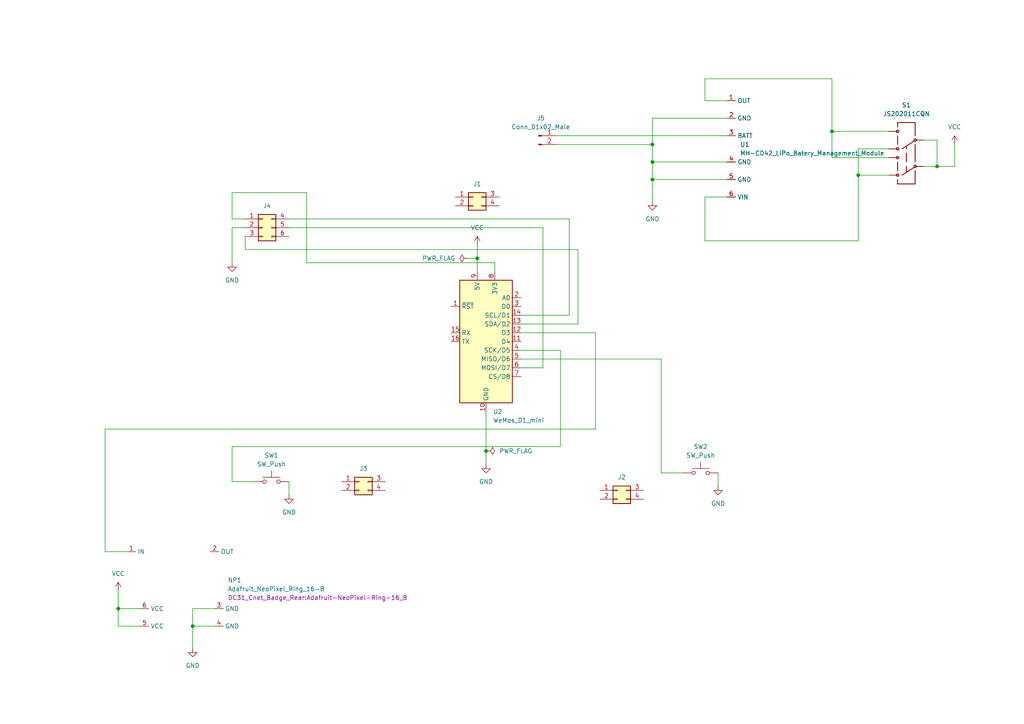
<source format=kicad_sch>
(kicad_sch (version 20211123) (generator eeschema)

  (uuid 59a6a685-5910-48af-a1a6-26c76759b23b)

  (paper "A4")

  (lib_symbols
    (symbol "Connector:Conn_01x02_Male" (pin_names (offset 1.016) hide) (in_bom yes) (on_board yes)
      (property "Reference" "J" (id 0) (at 0 2.54 0)
        (effects (font (size 1.27 1.27)))
      )
      (property "Value" "Conn_01x02_Male" (id 1) (at 0 -5.08 0)
        (effects (font (size 1.27 1.27)))
      )
      (property "Footprint" "" (id 2) (at 0 0 0)
        (effects (font (size 1.27 1.27)) hide)
      )
      (property "Datasheet" "~" (id 3) (at 0 0 0)
        (effects (font (size 1.27 1.27)) hide)
      )
      (property "ki_keywords" "connector" (id 4) (at 0 0 0)
        (effects (font (size 1.27 1.27)) hide)
      )
      (property "ki_description" "Generic connector, single row, 01x02, script generated (kicad-library-utils/schlib/autogen/connector/)" (id 5) (at 0 0 0)
        (effects (font (size 1.27 1.27)) hide)
      )
      (property "ki_fp_filters" "Connector*:*_1x??_*" (id 6) (at 0 0 0)
        (effects (font (size 1.27 1.27)) hide)
      )
      (symbol "Conn_01x02_Male_1_1"
        (polyline
          (pts
            (xy 1.27 -2.54)
            (xy 0.8636 -2.54)
          )
          (stroke (width 0.1524) (type default) (color 0 0 0 0))
          (fill (type none))
        )
        (polyline
          (pts
            (xy 1.27 0)
            (xy 0.8636 0)
          )
          (stroke (width 0.1524) (type default) (color 0 0 0 0))
          (fill (type none))
        )
        (rectangle (start 0.8636 -2.413) (end 0 -2.667)
          (stroke (width 0.1524) (type default) (color 0 0 0 0))
          (fill (type outline))
        )
        (rectangle (start 0.8636 0.127) (end 0 -0.127)
          (stroke (width 0.1524) (type default) (color 0 0 0 0))
          (fill (type outline))
        )
        (pin passive line (at 5.08 0 180) (length 3.81)
          (name "Pin_1" (effects (font (size 1.27 1.27))))
          (number "1" (effects (font (size 1.27 1.27))))
        )
        (pin passive line (at 5.08 -2.54 180) (length 3.81)
          (name "Pin_2" (effects (font (size 1.27 1.27))))
          (number "2" (effects (font (size 1.27 1.27))))
        )
      )
    )
    (symbol "Connector_Generic:Conn_02x02_Top_Bottom" (pin_names (offset 1.016) hide) (in_bom yes) (on_board yes)
      (property "Reference" "J" (id 0) (at 1.27 2.54 0)
        (effects (font (size 1.27 1.27)))
      )
      (property "Value" "Conn_02x02_Top_Bottom" (id 1) (at 1.27 -5.08 0)
        (effects (font (size 1.27 1.27)))
      )
      (property "Footprint" "" (id 2) (at 0 0 0)
        (effects (font (size 1.27 1.27)) hide)
      )
      (property "Datasheet" "~" (id 3) (at 0 0 0)
        (effects (font (size 1.27 1.27)) hide)
      )
      (property "ki_keywords" "connector" (id 4) (at 0 0 0)
        (effects (font (size 1.27 1.27)) hide)
      )
      (property "ki_description" "Generic connector, double row, 02x02, top/bottom pin numbering scheme (row 1: 1...pins_per_row, row2: pins_per_row+1 ... num_pins), script generated (kicad-library-utils/schlib/autogen/connector/)" (id 5) (at 0 0 0)
        (effects (font (size 1.27 1.27)) hide)
      )
      (property "ki_fp_filters" "Connector*:*_2x??_*" (id 6) (at 0 0 0)
        (effects (font (size 1.27 1.27)) hide)
      )
      (symbol "Conn_02x02_Top_Bottom_1_1"
        (rectangle (start -1.27 -2.413) (end 0 -2.667)
          (stroke (width 0.1524) (type default) (color 0 0 0 0))
          (fill (type none))
        )
        (rectangle (start -1.27 0.127) (end 0 -0.127)
          (stroke (width 0.1524) (type default) (color 0 0 0 0))
          (fill (type none))
        )
        (rectangle (start -1.27 1.27) (end 3.81 -3.81)
          (stroke (width 0.254) (type default) (color 0 0 0 0))
          (fill (type background))
        )
        (rectangle (start 3.81 -2.413) (end 2.54 -2.667)
          (stroke (width 0.1524) (type default) (color 0 0 0 0))
          (fill (type none))
        )
        (rectangle (start 3.81 0.127) (end 2.54 -0.127)
          (stroke (width 0.1524) (type default) (color 0 0 0 0))
          (fill (type none))
        )
        (pin passive line (at -5.08 0 0) (length 3.81)
          (name "Pin_1" (effects (font (size 1.27 1.27))))
          (number "1" (effects (font (size 1.27 1.27))))
        )
        (pin passive line (at -5.08 -2.54 0) (length 3.81)
          (name "Pin_2" (effects (font (size 1.27 1.27))))
          (number "2" (effects (font (size 1.27 1.27))))
        )
        (pin passive line (at 7.62 0 180) (length 3.81)
          (name "Pin_3" (effects (font (size 1.27 1.27))))
          (number "3" (effects (font (size 1.27 1.27))))
        )
        (pin passive line (at 7.62 -2.54 180) (length 3.81)
          (name "Pin_4" (effects (font (size 1.27 1.27))))
          (number "4" (effects (font (size 1.27 1.27))))
        )
      )
    )
    (symbol "Connector_Generic:Conn_02x03_Top_Bottom" (pin_names (offset 1.016) hide) (in_bom yes) (on_board yes)
      (property "Reference" "J" (id 0) (at 1.27 5.08 0)
        (effects (font (size 1.27 1.27)))
      )
      (property "Value" "Conn_02x03_Top_Bottom" (id 1) (at 1.27 -5.08 0)
        (effects (font (size 1.27 1.27)))
      )
      (property "Footprint" "" (id 2) (at 0 0 0)
        (effects (font (size 1.27 1.27)) hide)
      )
      (property "Datasheet" "~" (id 3) (at 0 0 0)
        (effects (font (size 1.27 1.27)) hide)
      )
      (property "ki_keywords" "connector" (id 4) (at 0 0 0)
        (effects (font (size 1.27 1.27)) hide)
      )
      (property "ki_description" "Generic connector, double row, 02x03, top/bottom pin numbering scheme (row 1: 1...pins_per_row, row2: pins_per_row+1 ... num_pins), script generated (kicad-library-utils/schlib/autogen/connector/)" (id 5) (at 0 0 0)
        (effects (font (size 1.27 1.27)) hide)
      )
      (property "ki_fp_filters" "Connector*:*_2x??_*" (id 6) (at 0 0 0)
        (effects (font (size 1.27 1.27)) hide)
      )
      (symbol "Conn_02x03_Top_Bottom_1_1"
        (rectangle (start -1.27 -2.413) (end 0 -2.667)
          (stroke (width 0.1524) (type default) (color 0 0 0 0))
          (fill (type none))
        )
        (rectangle (start -1.27 0.127) (end 0 -0.127)
          (stroke (width 0.1524) (type default) (color 0 0 0 0))
          (fill (type none))
        )
        (rectangle (start -1.27 2.667) (end 0 2.413)
          (stroke (width 0.1524) (type default) (color 0 0 0 0))
          (fill (type none))
        )
        (rectangle (start -1.27 3.81) (end 3.81 -3.81)
          (stroke (width 0.254) (type default) (color 0 0 0 0))
          (fill (type background))
        )
        (rectangle (start 3.81 -2.413) (end 2.54 -2.667)
          (stroke (width 0.1524) (type default) (color 0 0 0 0))
          (fill (type none))
        )
        (rectangle (start 3.81 0.127) (end 2.54 -0.127)
          (stroke (width 0.1524) (type default) (color 0 0 0 0))
          (fill (type none))
        )
        (rectangle (start 3.81 2.667) (end 2.54 2.413)
          (stroke (width 0.1524) (type default) (color 0 0 0 0))
          (fill (type none))
        )
        (pin passive line (at -5.08 2.54 0) (length 3.81)
          (name "Pin_1" (effects (font (size 1.27 1.27))))
          (number "1" (effects (font (size 1.27 1.27))))
        )
        (pin passive line (at -5.08 0 0) (length 3.81)
          (name "Pin_2" (effects (font (size 1.27 1.27))))
          (number "2" (effects (font (size 1.27 1.27))))
        )
        (pin passive line (at -5.08 -2.54 0) (length 3.81)
          (name "Pin_3" (effects (font (size 1.27 1.27))))
          (number "3" (effects (font (size 1.27 1.27))))
        )
        (pin passive line (at 7.62 2.54 180) (length 3.81)
          (name "Pin_4" (effects (font (size 1.27 1.27))))
          (number "4" (effects (font (size 1.27 1.27))))
        )
        (pin passive line (at 7.62 0 180) (length 3.81)
          (name "Pin_5" (effects (font (size 1.27 1.27))))
          (number "5" (effects (font (size 1.27 1.27))))
        )
        (pin passive line (at 7.62 -2.54 180) (length 3.81)
          (name "Pin_6" (effects (font (size 1.27 1.27))))
          (number "6" (effects (font (size 1.27 1.27))))
        )
      )
    )
    (symbol "DC31_Cnet_Badge:Adafruit_NeoPixel_Ring_16-B" (in_bom yes) (on_board yes)
      (property "Reference" "NP" (id 0) (at 0 0 0)
        (effects (font (size 1.27 1.27)))
      )
      (property "Value" "Adafruit_NeoPixel_Ring_16-B" (id 1) (at 1.27 7.62 0)
        (effects (font (size 1.27 1.27)))
      )
      (property "Footprint" "DC31_CNet_Badge:Adafruit-NeoPixel-Ring-16_B" (id 2) (at 1.27 3.81 0)
        (effects (font (size 1.27 1.27)))
      )
      (property "Datasheet" "" (id 3) (at 0 0 0)
        (effects (font (size 1.27 1.27)) hide)
      )
      (symbol "Adafruit_NeoPixel_Ring_16-B_1_1"
        (pin input line (at -13.97 12.7 0) (length 2.54)
          (name "IN" (effects (font (size 1.27 1.27))))
          (number "1" (effects (font (size 1.27 1.27))))
        )
        (pin output line (at 10.16 12.7 0) (length 2.54)
          (name "OUT" (effects (font (size 1.27 1.27))))
          (number "2" (effects (font (size 1.27 1.27))))
        )
        (pin power_in line (at 11.43 -3.81 0) (length 2.54)
          (name "GND" (effects (font (size 1.27 1.27))))
          (number "3" (effects (font (size 1.27 1.27))))
        )
        (pin power_in line (at 11.43 -8.89 0) (length 2.54)
          (name "GND" (effects (font (size 1.27 1.27))))
          (number "4" (effects (font (size 1.27 1.27))))
        )
        (pin power_in line (at -10.16 -8.89 0) (length 2.54)
          (name "VCC" (effects (font (size 1.27 1.27))))
          (number "5" (effects (font (size 1.27 1.27))))
        )
        (pin power_in line (at -10.16 -3.81 0) (length 2.54)
          (name "VCC" (effects (font (size 1.27 1.27))))
          (number "6" (effects (font (size 1.27 1.27))))
        )
      )
    )
    (symbol "DC31_Cnet_Badge:MH-CD42_LiPo_Batery_Management_Module" (in_bom yes) (on_board yes)
      (property "Reference" "U" (id 0) (at 0 0 0)
        (effects (font (size 1.27 1.27)))
      )
      (property "Value" "MH-CD42_LiPo_Batery_Management_Module" (id 1) (at 0 0 0)
        (effects (font (size 1.27 1.27)))
      )
      (property "Footprint" "DC32_Cnet_Badge:MH-CD42 LiPo Battery Management Module" (id 2) (at 0 0 0)
        (effects (font (size 1.27 1.27)) hide)
      )
      (property "Datasheet" "" (id 3) (at 0 0 0)
        (effects (font (size 1.27 1.27)) hide)
      )
      (symbol "MH-CD42_LiPo_Batery_Management_Module_1_1"
        (pin power_out line (at 0 13.97 0) (length 2.54)
          (name "OUT" (effects (font (size 1.27 1.27))))
          (number "1" (effects (font (size 1.27 1.27))))
        )
        (pin power_in line (at 0 8.89 0) (length 2.54)
          (name "GND" (effects (font (size 1.27 1.27))))
          (number "2" (effects (font (size 1.27 1.27))))
        )
        (pin power_in line (at 0 3.81 0) (length 2.54)
          (name "BATT" (effects (font (size 1.27 1.27))))
          (number "3" (effects (font (size 1.27 1.27))))
        )
        (pin power_in line (at 0 -3.81 0) (length 2.54)
          (name "GND" (effects (font (size 1.27 1.27))))
          (number "4" (effects (font (size 1.27 1.27))))
        )
        (pin power_in line (at 0 -8.89 0) (length 2.54)
          (name "GND" (effects (font (size 1.27 1.27))))
          (number "5" (effects (font (size 1.27 1.27))))
        )
        (pin power_in line (at 0 -13.97 0) (length 2.54)
          (name "VIN" (effects (font (size 1.27 1.27))))
          (number "6" (effects (font (size 1.27 1.27))))
        )
      )
    )
    (symbol "JS202011CQN:JS202011CQN" (pin_numbers hide) (pin_names (offset 1.016) hide) (in_bom yes) (on_board yes)
      (property "Reference" "S" (id 0) (at -2.54 8.128 0)
        (effects (font (size 1.27 1.27)) (justify left bottom))
      )
      (property "Value" "JS202011CQN" (id 1) (at -2.54 -12.7 0)
        (effects (font (size 1.27 1.27)) (justify left bottom))
      )
      (property "Footprint" "SPARKFUN-RETIRED_SWITCH-2.5X3.2-6" (id 2) (at 0 0 0)
        (effects (font (size 1.27 1.27)) (justify left bottom) hide)
      )
      (property "Datasheet" "" (id 3) (at 0 0 0)
        (effects (font (size 1.27 1.27)) (justify left bottom) hide)
      )
      (property "ki_locked" "" (id 4) (at 0 0 0)
        (effects (font (size 1.27 1.27)))
      )
      (symbol "JS202011CQN_0_0"
        (circle (center -2.54 -5.08) (radius 0.3556)
          (stroke (width 0.254) (type default) (color 0 0 0 0))
          (fill (type none))
        )
        (circle (center -2.54 2.54) (radius 0.3556)
          (stroke (width 0.254) (type default) (color 0 0 0 0))
          (fill (type none))
        )
        (polyline
          (pts
            (xy -2.54 -10.16)
            (xy 2.54 -10.16)
          )
          (stroke (width 0.254) (type default) (color 0 0 0 0))
          (fill (type none))
        )
        (polyline
          (pts
            (xy -2.54 -6.35)
            (xy -2.54 -10.16)
          )
          (stroke (width 0.254) (type default) (color 0 0 0 0))
          (fill (type none))
        )
        (polyline
          (pts
            (xy -2.54 1.27)
            (xy -2.54 -3.81)
          )
          (stroke (width 0.254) (type default) (color 0 0 0 0))
          (fill (type none))
        )
        (polyline
          (pts
            (xy -2.54 7.62)
            (xy -2.54 3.81)
          )
          (stroke (width 0.254) (type default) (color 0 0 0 0))
          (fill (type none))
        )
        (polyline
          (pts
            (xy -2.286 -4.826)
            (xy 1.27 -2.54)
          )
          (stroke (width 0.254) (type default) (color 0 0 0 0))
          (fill (type none))
        )
        (polyline
          (pts
            (xy 0 -2.54)
            (xy 0 -3.302)
          )
          (stroke (width 0.254) (type default) (color 0 0 0 0))
          (fill (type none))
        )
        (polyline
          (pts
            (xy 0 1.27)
            (xy 0 -1.27)
          )
          (stroke (width 0.254) (type default) (color 0 0 0 0))
          (fill (type none))
        )
        (polyline
          (pts
            (xy 0 4.064)
            (xy 0 2.54)
          )
          (stroke (width 0.254) (type default) (color 0 0 0 0))
          (fill (type none))
        )
        (polyline
          (pts
            (xy 1.27 5.08)
            (xy -2.286 2.794)
          )
          (stroke (width 0.254) (type default) (color 0 0 0 0))
          (fill (type none))
        )
        (polyline
          (pts
            (xy 2.54 -10.16)
            (xy 2.54 -8.89)
          )
          (stroke (width 0.254) (type default) (color 0 0 0 0))
          (fill (type none))
        )
        (polyline
          (pts
            (xy 2.54 -6.35)
            (xy 2.54 -3.81)
          )
          (stroke (width 0.254) (type default) (color 0 0 0 0))
          (fill (type none))
        )
        (polyline
          (pts
            (xy 2.54 3.81)
            (xy 2.54 1.27)
          )
          (stroke (width 0.254) (type default) (color 0 0 0 0))
          (fill (type none))
        )
        (polyline
          (pts
            (xy 2.54 6.35)
            (xy 2.54 7.62)
          )
          (stroke (width 0.254) (type default) (color 0 0 0 0))
          (fill (type none))
        )
        (polyline
          (pts
            (xy 2.54 7.62)
            (xy -2.54 7.62)
          )
          (stroke (width 0.254) (type default) (color 0 0 0 0))
          (fill (type none))
        )
        (circle (center 2.54 -7.62) (radius 0.3556)
          (stroke (width 0.254) (type default) (color 0 0 0 0))
          (fill (type none))
        )
        (circle (center 2.54 -2.54) (radius 0.3556)
          (stroke (width 0.254) (type default) (color 0 0 0 0))
          (fill (type none))
        )
        (circle (center 2.54 0) (radius 0.3556)
          (stroke (width 0.254) (type default) (color 0 0 0 0))
          (fill (type none))
        )
        (circle (center 2.54 5.08) (radius 0.3556)
          (stroke (width 0.254) (type default) (color 0 0 0 0))
          (fill (type none))
        )
        (pin bidirectional line (at 5.08 5.08 180) (length 2.54)
          (name "~" (effects (font (size 1.016 1.016))))
          (number "1" (effects (font (size 1.016 1.016))))
        )
        (pin bidirectional line (at -5.08 2.54 0) (length 2.54)
          (name "~" (effects (font (size 1.016 1.016))))
          (number "2" (effects (font (size 1.016 1.016))))
        )
        (pin bidirectional line (at 5.08 0 180) (length 2.54)
          (name "~" (effects (font (size 1.016 1.016))))
          (number "3" (effects (font (size 1.016 1.016))))
        )
        (pin bidirectional line (at 5.08 -2.54 180) (length 2.54)
          (name "~" (effects (font (size 1.016 1.016))))
          (number "4" (effects (font (size 1.016 1.016))))
        )
        (pin bidirectional line (at -5.08 -5.08 0) (length 2.54)
          (name "~" (effects (font (size 1.016 1.016))))
          (number "5" (effects (font (size 1.016 1.016))))
        )
        (pin bidirectional line (at 5.08 -7.62 180) (length 2.54)
          (name "~" (effects (font (size 1.016 1.016))))
          (number "6" (effects (font (size 1.016 1.016))))
        )
      )
    )
    (symbol "MCU_Module:WeMos_D1_mini" (in_bom yes) (on_board yes)
      (property "Reference" "U" (id 0) (at 3.81 19.05 0)
        (effects (font (size 1.27 1.27)) (justify left))
      )
      (property "Value" "WeMos_D1_mini" (id 1) (at 1.27 -19.05 0)
        (effects (font (size 1.27 1.27)) (justify left))
      )
      (property "Footprint" "Module:WEMOS_D1_mini_light" (id 2) (at 0 -29.21 0)
        (effects (font (size 1.27 1.27)) hide)
      )
      (property "Datasheet" "https://wiki.wemos.cc/products:d1:d1_mini#documentation" (id 3) (at -46.99 -29.21 0)
        (effects (font (size 1.27 1.27)) hide)
      )
      (property "ki_keywords" "ESP8266 WiFi microcontroller ESP8266EX" (id 4) (at 0 0 0)
        (effects (font (size 1.27 1.27)) hide)
      )
      (property "ki_description" "32-bit microcontroller module with WiFi" (id 5) (at 0 0 0)
        (effects (font (size 1.27 1.27)) hide)
      )
      (property "ki_fp_filters" "WEMOS*D1*mini*" (id 6) (at 0 0 0)
        (effects (font (size 1.27 1.27)) hide)
      )
      (symbol "WeMos_D1_mini_1_1"
        (rectangle (start -7.62 17.78) (end 7.62 -17.78)
          (stroke (width 0.254) (type default) (color 0 0 0 0))
          (fill (type background))
        )
        (pin input line (at -10.16 10.16 0) (length 2.54)
          (name "~{RST}" (effects (font (size 1.27 1.27))))
          (number "1" (effects (font (size 1.27 1.27))))
        )
        (pin power_in line (at 0 -20.32 90) (length 2.54)
          (name "GND" (effects (font (size 1.27 1.27))))
          (number "10" (effects (font (size 1.27 1.27))))
        )
        (pin bidirectional line (at 10.16 0 180) (length 2.54)
          (name "D4" (effects (font (size 1.27 1.27))))
          (number "11" (effects (font (size 1.27 1.27))))
        )
        (pin bidirectional line (at 10.16 2.54 180) (length 2.54)
          (name "D3" (effects (font (size 1.27 1.27))))
          (number "12" (effects (font (size 1.27 1.27))))
        )
        (pin bidirectional line (at 10.16 5.08 180) (length 2.54)
          (name "SDA/D2" (effects (font (size 1.27 1.27))))
          (number "13" (effects (font (size 1.27 1.27))))
        )
        (pin bidirectional line (at 10.16 7.62 180) (length 2.54)
          (name "SCL/D1" (effects (font (size 1.27 1.27))))
          (number "14" (effects (font (size 1.27 1.27))))
        )
        (pin input line (at -10.16 2.54 0) (length 2.54)
          (name "RX" (effects (font (size 1.27 1.27))))
          (number "15" (effects (font (size 1.27 1.27))))
        )
        (pin output line (at -10.16 0 0) (length 2.54)
          (name "TX" (effects (font (size 1.27 1.27))))
          (number "16" (effects (font (size 1.27 1.27))))
        )
        (pin input line (at 10.16 12.7 180) (length 2.54)
          (name "A0" (effects (font (size 1.27 1.27))))
          (number "2" (effects (font (size 1.27 1.27))))
        )
        (pin bidirectional line (at 10.16 10.16 180) (length 2.54)
          (name "D0" (effects (font (size 1.27 1.27))))
          (number "3" (effects (font (size 1.27 1.27))))
        )
        (pin bidirectional line (at 10.16 -2.54 180) (length 2.54)
          (name "SCK/D5" (effects (font (size 1.27 1.27))))
          (number "4" (effects (font (size 1.27 1.27))))
        )
        (pin bidirectional line (at 10.16 -5.08 180) (length 2.54)
          (name "MISO/D6" (effects (font (size 1.27 1.27))))
          (number "5" (effects (font (size 1.27 1.27))))
        )
        (pin bidirectional line (at 10.16 -7.62 180) (length 2.54)
          (name "MOSI/D7" (effects (font (size 1.27 1.27))))
          (number "6" (effects (font (size 1.27 1.27))))
        )
        (pin bidirectional line (at 10.16 -10.16 180) (length 2.54)
          (name "CS/D8" (effects (font (size 1.27 1.27))))
          (number "7" (effects (font (size 1.27 1.27))))
        )
        (pin power_out line (at 2.54 20.32 270) (length 2.54)
          (name "3V3" (effects (font (size 1.27 1.27))))
          (number "8" (effects (font (size 1.27 1.27))))
        )
        (pin power_in line (at -2.54 20.32 270) (length 2.54)
          (name "5V" (effects (font (size 1.27 1.27))))
          (number "9" (effects (font (size 1.27 1.27))))
        )
      )
    )
    (symbol "Switch:SW_Push" (pin_numbers hide) (pin_names (offset 1.016) hide) (in_bom yes) (on_board yes)
      (property "Reference" "SW" (id 0) (at 1.27 2.54 0)
        (effects (font (size 1.27 1.27)) (justify left))
      )
      (property "Value" "SW_Push" (id 1) (at 0 -1.524 0)
        (effects (font (size 1.27 1.27)))
      )
      (property "Footprint" "" (id 2) (at 0 5.08 0)
        (effects (font (size 1.27 1.27)) hide)
      )
      (property "Datasheet" "~" (id 3) (at 0 5.08 0)
        (effects (font (size 1.27 1.27)) hide)
      )
      (property "ki_keywords" "switch normally-open pushbutton push-button" (id 4) (at 0 0 0)
        (effects (font (size 1.27 1.27)) hide)
      )
      (property "ki_description" "Push button switch, generic, two pins" (id 5) (at 0 0 0)
        (effects (font (size 1.27 1.27)) hide)
      )
      (symbol "SW_Push_0_1"
        (circle (center -2.032 0) (radius 0.508)
          (stroke (width 0) (type default) (color 0 0 0 0))
          (fill (type none))
        )
        (polyline
          (pts
            (xy 0 1.27)
            (xy 0 3.048)
          )
          (stroke (width 0) (type default) (color 0 0 0 0))
          (fill (type none))
        )
        (polyline
          (pts
            (xy 2.54 1.27)
            (xy -2.54 1.27)
          )
          (stroke (width 0) (type default) (color 0 0 0 0))
          (fill (type none))
        )
        (circle (center 2.032 0) (radius 0.508)
          (stroke (width 0) (type default) (color 0 0 0 0))
          (fill (type none))
        )
        (pin passive line (at -5.08 0 0) (length 2.54)
          (name "1" (effects (font (size 1.27 1.27))))
          (number "1" (effects (font (size 1.27 1.27))))
        )
        (pin passive line (at 5.08 0 180) (length 2.54)
          (name "2" (effects (font (size 1.27 1.27))))
          (number "2" (effects (font (size 1.27 1.27))))
        )
      )
    )
    (symbol "power:GND" (power) (pin_names (offset 0)) (in_bom yes) (on_board yes)
      (property "Reference" "#PWR" (id 0) (at 0 -6.35 0)
        (effects (font (size 1.27 1.27)) hide)
      )
      (property "Value" "GND" (id 1) (at 0 -3.81 0)
        (effects (font (size 1.27 1.27)))
      )
      (property "Footprint" "" (id 2) (at 0 0 0)
        (effects (font (size 1.27 1.27)) hide)
      )
      (property "Datasheet" "" (id 3) (at 0 0 0)
        (effects (font (size 1.27 1.27)) hide)
      )
      (property "ki_keywords" "power-flag" (id 4) (at 0 0 0)
        (effects (font (size 1.27 1.27)) hide)
      )
      (property "ki_description" "Power symbol creates a global label with name \"GND\" , ground" (id 5) (at 0 0 0)
        (effects (font (size 1.27 1.27)) hide)
      )
      (symbol "GND_0_1"
        (polyline
          (pts
            (xy 0 0)
            (xy 0 -1.27)
            (xy 1.27 -1.27)
            (xy 0 -2.54)
            (xy -1.27 -1.27)
            (xy 0 -1.27)
          )
          (stroke (width 0) (type default) (color 0 0 0 0))
          (fill (type none))
        )
      )
      (symbol "GND_1_1"
        (pin power_in line (at 0 0 270) (length 0) hide
          (name "GND" (effects (font (size 1.27 1.27))))
          (number "1" (effects (font (size 1.27 1.27))))
        )
      )
    )
    (symbol "power:PWR_FLAG" (power) (pin_numbers hide) (pin_names (offset 0) hide) (in_bom yes) (on_board yes)
      (property "Reference" "#FLG" (id 0) (at 0 1.905 0)
        (effects (font (size 1.27 1.27)) hide)
      )
      (property "Value" "PWR_FLAG" (id 1) (at 0 3.81 0)
        (effects (font (size 1.27 1.27)))
      )
      (property "Footprint" "" (id 2) (at 0 0 0)
        (effects (font (size 1.27 1.27)) hide)
      )
      (property "Datasheet" "~" (id 3) (at 0 0 0)
        (effects (font (size 1.27 1.27)) hide)
      )
      (property "ki_keywords" "power-flag" (id 4) (at 0 0 0)
        (effects (font (size 1.27 1.27)) hide)
      )
      (property "ki_description" "Special symbol for telling ERC where power comes from" (id 5) (at 0 0 0)
        (effects (font (size 1.27 1.27)) hide)
      )
      (symbol "PWR_FLAG_0_0"
        (pin power_out line (at 0 0 90) (length 0)
          (name "pwr" (effects (font (size 1.27 1.27))))
          (number "1" (effects (font (size 1.27 1.27))))
        )
      )
      (symbol "PWR_FLAG_0_1"
        (polyline
          (pts
            (xy 0 0)
            (xy 0 1.27)
            (xy -1.016 1.905)
            (xy 0 2.54)
            (xy 1.016 1.905)
            (xy 0 1.27)
          )
          (stroke (width 0) (type default) (color 0 0 0 0))
          (fill (type none))
        )
      )
    )
    (symbol "power:VCC" (power) (pin_names (offset 0)) (in_bom yes) (on_board yes)
      (property "Reference" "#PWR" (id 0) (at 0 -3.81 0)
        (effects (font (size 1.27 1.27)) hide)
      )
      (property "Value" "VCC" (id 1) (at 0 3.81 0)
        (effects (font (size 1.27 1.27)))
      )
      (property "Footprint" "" (id 2) (at 0 0 0)
        (effects (font (size 1.27 1.27)) hide)
      )
      (property "Datasheet" "" (id 3) (at 0 0 0)
        (effects (font (size 1.27 1.27)) hide)
      )
      (property "ki_keywords" "power-flag" (id 4) (at 0 0 0)
        (effects (font (size 1.27 1.27)) hide)
      )
      (property "ki_description" "Power symbol creates a global label with name \"VCC\"" (id 5) (at 0 0 0)
        (effects (font (size 1.27 1.27)) hide)
      )
      (symbol "VCC_0_1"
        (polyline
          (pts
            (xy -0.762 1.27)
            (xy 0 2.54)
          )
          (stroke (width 0) (type default) (color 0 0 0 0))
          (fill (type none))
        )
        (polyline
          (pts
            (xy 0 0)
            (xy 0 2.54)
          )
          (stroke (width 0) (type default) (color 0 0 0 0))
          (fill (type none))
        )
        (polyline
          (pts
            (xy 0 2.54)
            (xy 0.762 1.27)
          )
          (stroke (width 0) (type default) (color 0 0 0 0))
          (fill (type none))
        )
      )
      (symbol "VCC_1_1"
        (pin power_in line (at 0 0 90) (length 0) hide
          (name "VCC" (effects (font (size 1.27 1.27))))
          (number "1" (effects (font (size 1.27 1.27))))
        )
      )
    )
  )

  (junction (at 271.78 48.26) (diameter 0) (color 0 0 0 0)
    (uuid 26927dfe-5a6a-4a8a-99c4-7cfc0adb80f2)
  )
  (junction (at 189.23 41.91) (diameter 0) (color 0 0 0 0)
    (uuid 331758e7-a43b-4bd2-af07-541f820cf891)
  )
  (junction (at 138.43 74.93) (diameter 0) (color 0 0 0 0)
    (uuid 4720c66b-4cb0-4397-983d-35761f9143e4)
  )
  (junction (at 140.97 130.81) (diameter 0) (color 0 0 0 0)
    (uuid 4b4db04c-709a-4df9-913f-d433a3109562)
  )
  (junction (at 189.23 52.07) (diameter 0) (color 0 0 0 0)
    (uuid 59b96d0b-75c1-4a44-9d35-9407084ad71e)
  )
  (junction (at 241.3 38.1) (diameter 0) (color 0 0 0 0)
    (uuid 9ef06d98-6b72-43bc-9958-61dae4b58e02)
  )
  (junction (at 248.92 50.8) (diameter 0) (color 0 0 0 0)
    (uuid bc67169b-22ba-4316-ac7d-0534f136b3e1)
  )
  (junction (at 34.29 176.53) (diameter 0) (color 0 0 0 0)
    (uuid ce717362-f05c-4f71-a1ba-4affe9e17d66)
  )
  (junction (at 55.88 181.61) (diameter 0) (color 0 0 0 0)
    (uuid ce7408b4-4646-4dcc-b210-10caf818c112)
  )
  (junction (at 189.23 46.99) (diameter 0) (color 0 0 0 0)
    (uuid e30dd68a-d55c-476c-b92f-01a7f0ecbb21)
  )

  (wire (pts (xy 135.89 74.93) (xy 138.43 74.93))
    (stroke (width 0) (type default) (color 0 0 0 0))
    (uuid 024b9845-7359-413f-b979-9b2bfec7e19c)
  )
  (wire (pts (xy 210.82 57.15) (xy 204.47 57.15))
    (stroke (width 0) (type default) (color 0 0 0 0))
    (uuid 108203be-e3d0-4410-8e31-ac63088613b2)
  )
  (wire (pts (xy 30.48 160.02) (xy 36.83 160.02))
    (stroke (width 0) (type default) (color 0 0 0 0))
    (uuid 10e6f5ec-cf19-484a-999f-fddfb324abb5)
  )
  (wire (pts (xy 67.31 129.54) (xy 162.56 129.54))
    (stroke (width 0) (type default) (color 0 0 0 0))
    (uuid 121b89b0-41ef-4478-9def-c6ff1d63eef1)
  )
  (wire (pts (xy 83.82 63.5) (xy 165.1 63.5))
    (stroke (width 0) (type default) (color 0 0 0 0))
    (uuid 141c36cc-61d7-4c72-a15f-45f187042ed5)
  )
  (wire (pts (xy 172.72 124.46) (xy 172.72 96.52))
    (stroke (width 0) (type default) (color 0 0 0 0))
    (uuid 15607acb-1f0a-4e1a-8db1-0f0c62db2db1)
  )
  (wire (pts (xy 162.56 101.6) (xy 151.13 101.6))
    (stroke (width 0) (type default) (color 0 0 0 0))
    (uuid 15adfd1a-fc92-4fb6-aaf0-208558347caa)
  )
  (wire (pts (xy 271.78 48.26) (xy 276.86 48.26))
    (stroke (width 0) (type default) (color 0 0 0 0))
    (uuid 1d494585-5635-4db3-a044-ffc0118fd17f)
  )
  (wire (pts (xy 73.66 139.7) (xy 67.31 139.7))
    (stroke (width 0) (type default) (color 0 0 0 0))
    (uuid 1dc7f5f9-3482-43d0-9d06-a49408d5cf5f)
  )
  (wire (pts (xy 151.13 106.68) (xy 157.48 106.68))
    (stroke (width 0) (type default) (color 0 0 0 0))
    (uuid 226e4511-4962-4c78-8f76-cd799e9a57af)
  )
  (wire (pts (xy 30.48 124.46) (xy 30.48 160.02))
    (stroke (width 0) (type default) (color 0 0 0 0))
    (uuid 24346a04-b7c5-498b-8aee-13af68a935f9)
  )
  (wire (pts (xy 88.9 55.88) (xy 67.31 55.88))
    (stroke (width 0) (type default) (color 0 0 0 0))
    (uuid 26e0e93d-3c30-413b-a422-a0477cae31d6)
  )
  (wire (pts (xy 162.56 129.54) (xy 162.56 101.6))
    (stroke (width 0) (type default) (color 0 0 0 0))
    (uuid 27b808dd-9eb0-451d-94ae-b9dcdcc83a58)
  )
  (wire (pts (xy 151.13 104.14) (xy 191.77 104.14))
    (stroke (width 0) (type default) (color 0 0 0 0))
    (uuid 29debbe0-0703-4b1f-b211-d6293926018a)
  )
  (wire (pts (xy 198.12 137.16) (xy 191.77 137.16))
    (stroke (width 0) (type default) (color 0 0 0 0))
    (uuid 2a5f3c24-8a91-4f89-9f64-218f639a5db5)
  )
  (wire (pts (xy 67.31 63.5) (xy 67.31 55.88))
    (stroke (width 0) (type default) (color 0 0 0 0))
    (uuid 2f11603e-4a8b-486b-8495-a401975b2bed)
  )
  (wire (pts (xy 67.31 66.04) (xy 67.31 76.2))
    (stroke (width 0) (type default) (color 0 0 0 0))
    (uuid 303c0d06-a32c-4a57-82ca-d9e94aae2a41)
  )
  (wire (pts (xy 30.48 124.46) (xy 172.72 124.46))
    (stroke (width 0) (type default) (color 0 0 0 0))
    (uuid 34a2cdb3-77ac-4aa9-b2ed-b237a0b57b28)
  )
  (wire (pts (xy 241.3 38.1) (xy 241.3 22.86))
    (stroke (width 0) (type default) (color 0 0 0 0))
    (uuid 37861b53-4d12-4819-92a3-acea0a738bcc)
  )
  (wire (pts (xy 83.82 66.04) (xy 157.48 66.04))
    (stroke (width 0) (type default) (color 0 0 0 0))
    (uuid 3af0fb78-cd2c-4354-91cd-e03142f23208)
  )
  (wire (pts (xy 210.82 29.21) (xy 204.47 29.21))
    (stroke (width 0) (type default) (color 0 0 0 0))
    (uuid 3b91cc52-fe78-44de-88da-68eeea3fdaed)
  )
  (wire (pts (xy 248.92 50.8) (xy 257.81 50.8))
    (stroke (width 0) (type default) (color 0 0 0 0))
    (uuid 3b9d5ccc-9b04-4b5e-962a-7f55e2ffac09)
  )
  (wire (pts (xy 257.81 38.1) (xy 241.3 38.1))
    (stroke (width 0) (type default) (color 0 0 0 0))
    (uuid 3c74dcc3-3e2b-4881-9240-f200588a435f)
  )
  (wire (pts (xy 161.29 39.37) (xy 210.82 39.37))
    (stroke (width 0) (type default) (color 0 0 0 0))
    (uuid 429e317a-73eb-40b6-818a-a3899adbd682)
  )
  (wire (pts (xy 71.12 68.58) (xy 71.12 72.39))
    (stroke (width 0) (type default) (color 0 0 0 0))
    (uuid 431d206d-719f-4ee6-861d-07539908ffad)
  )
  (wire (pts (xy 55.88 176.53) (xy 55.88 181.61))
    (stroke (width 0) (type default) (color 0 0 0 0))
    (uuid 4630e177-87c6-47c4-a102-639adfa74d4e)
  )
  (wire (pts (xy 161.29 41.91) (xy 189.23 41.91))
    (stroke (width 0) (type default) (color 0 0 0 0))
    (uuid 4adcbfb2-b648-457c-ad2a-3f7344c26998)
  )
  (wire (pts (xy 189.23 41.91) (xy 189.23 46.99))
    (stroke (width 0) (type default) (color 0 0 0 0))
    (uuid 4ae84f72-9d57-480a-b328-ce8812a2f02f)
  )
  (wire (pts (xy 143.51 76.2) (xy 88.9 76.2))
    (stroke (width 0) (type default) (color 0 0 0 0))
    (uuid 50753be0-8f4b-41a4-9778-dcef962f8450)
  )
  (wire (pts (xy 71.12 66.04) (xy 67.31 66.04))
    (stroke (width 0) (type default) (color 0 0 0 0))
    (uuid 5438ec37-05aa-4d56-8ef1-45b2c7ba419f)
  )
  (wire (pts (xy 83.82 139.7) (xy 83.82 143.51))
    (stroke (width 0) (type default) (color 0 0 0 0))
    (uuid 569738b7-7761-4f96-b73e-fe38e1577ad6)
  )
  (wire (pts (xy 34.29 171.45) (xy 34.29 176.53))
    (stroke (width 0) (type default) (color 0 0 0 0))
    (uuid 5eccebfb-d607-41e6-b651-2970c2970ded)
  )
  (wire (pts (xy 88.9 76.2) (xy 88.9 55.88))
    (stroke (width 0) (type default) (color 0 0 0 0))
    (uuid 630f0fe3-ee38-45b7-89ee-ce5a752d1d33)
  )
  (wire (pts (xy 165.1 91.44) (xy 165.1 63.5))
    (stroke (width 0) (type default) (color 0 0 0 0))
    (uuid 6a419215-ef75-4dbd-b2aa-0a972a35aa4a)
  )
  (wire (pts (xy 189.23 52.07) (xy 189.23 58.42))
    (stroke (width 0) (type default) (color 0 0 0 0))
    (uuid 6d82497a-172e-492e-b8c2-763ff72fbfc6)
  )
  (wire (pts (xy 189.23 52.07) (xy 210.82 52.07))
    (stroke (width 0) (type default) (color 0 0 0 0))
    (uuid 6f38fe25-4118-4cbe-a512-554263f056cf)
  )
  (wire (pts (xy 71.12 72.39) (xy 167.64 72.39))
    (stroke (width 0) (type default) (color 0 0 0 0))
    (uuid 788adcac-a725-4af1-bf94-3e542d8add1b)
  )
  (wire (pts (xy 140.97 119.38) (xy 140.97 130.81))
    (stroke (width 0) (type default) (color 0 0 0 0))
    (uuid 7c4569f8-81a9-47d2-b72f-79c027a21421)
  )
  (wire (pts (xy 241.3 38.1) (xy 241.3 45.72))
    (stroke (width 0) (type default) (color 0 0 0 0))
    (uuid 7c4ab0be-edec-4484-a402-c073c3580570)
  )
  (wire (pts (xy 167.64 72.39) (xy 167.64 93.98))
    (stroke (width 0) (type default) (color 0 0 0 0))
    (uuid 81f95e7c-fd59-482f-a027-c493f2195a84)
  )
  (wire (pts (xy 157.48 106.68) (xy 157.48 66.04))
    (stroke (width 0) (type default) (color 0 0 0 0))
    (uuid 822c3a3f-5523-4242-b8a6-7a9171eae9a0)
  )
  (wire (pts (xy 257.81 45.72) (xy 241.3 45.72))
    (stroke (width 0) (type default) (color 0 0 0 0))
    (uuid 877b7e3e-6a9c-4553-a915-dcec075bf062)
  )
  (wire (pts (xy 71.12 63.5) (xy 67.31 63.5))
    (stroke (width 0) (type default) (color 0 0 0 0))
    (uuid 95deb58e-dd3d-4161-91ef-c1f87b3ea490)
  )
  (wire (pts (xy 208.28 137.16) (xy 208.28 140.97))
    (stroke (width 0) (type default) (color 0 0 0 0))
    (uuid 9994063b-14fb-4e8e-8b88-93ab3519dcd9)
  )
  (wire (pts (xy 189.23 34.29) (xy 189.23 41.91))
    (stroke (width 0) (type default) (color 0 0 0 0))
    (uuid 9f10b4c7-3c77-4043-9bcd-99a33ecbbcd9)
  )
  (wire (pts (xy 167.64 93.98) (xy 151.13 93.98))
    (stroke (width 0) (type default) (color 0 0 0 0))
    (uuid 9f7f87f5-76f0-43ab-a10d-253cddb8a09e)
  )
  (wire (pts (xy 143.51 78.74) (xy 143.51 76.2))
    (stroke (width 0) (type default) (color 0 0 0 0))
    (uuid 9fe60598-79d1-4af9-a0df-0e4e5dd41bba)
  )
  (wire (pts (xy 204.47 57.15) (xy 204.47 69.85))
    (stroke (width 0) (type default) (color 0 0 0 0))
    (uuid a1e1e098-c6c2-4321-a272-c8080a4c8e7c)
  )
  (wire (pts (xy 40.64 176.53) (xy 34.29 176.53))
    (stroke (width 0) (type default) (color 0 0 0 0))
    (uuid b1d883d4-054b-48f6-9806-4fb3391f4f33)
  )
  (wire (pts (xy 172.72 96.52) (xy 151.13 96.52))
    (stroke (width 0) (type default) (color 0 0 0 0))
    (uuid b6101edf-64a6-43f7-baa1-43a1bdfc3157)
  )
  (wire (pts (xy 67.31 139.7) (xy 67.31 129.54))
    (stroke (width 0) (type default) (color 0 0 0 0))
    (uuid b7e09b71-61f4-4b87-b0c1-1ff7b62788c2)
  )
  (wire (pts (xy 55.88 181.61) (xy 62.23 181.61))
    (stroke (width 0) (type default) (color 0 0 0 0))
    (uuid bc3385b0-cd54-4cec-8ff4-e4894756a9c8)
  )
  (wire (pts (xy 276.86 41.91) (xy 276.86 48.26))
    (stroke (width 0) (type default) (color 0 0 0 0))
    (uuid bc8461d3-a86f-4ebb-96aa-1ccf7ae13f2d)
  )
  (wire (pts (xy 271.78 40.64) (xy 271.78 48.26))
    (stroke (width 0) (type default) (color 0 0 0 0))
    (uuid c08ecd17-6b70-404e-9e92-e390bbbf91d0)
  )
  (wire (pts (xy 62.23 176.53) (xy 55.88 176.53))
    (stroke (width 0) (type default) (color 0 0 0 0))
    (uuid c0d51536-3708-4899-a3b7-6e616db532f1)
  )
  (wire (pts (xy 138.43 71.12) (xy 138.43 74.93))
    (stroke (width 0) (type default) (color 0 0 0 0))
    (uuid c18cd3f8-09c3-4b35-be86-66d3511af36c)
  )
  (wire (pts (xy 140.97 130.81) (xy 140.97 134.62))
    (stroke (width 0) (type default) (color 0 0 0 0))
    (uuid c82fa7c4-8da8-4a9e-9854-33922c511ca9)
  )
  (wire (pts (xy 267.97 48.26) (xy 271.78 48.26))
    (stroke (width 0) (type default) (color 0 0 0 0))
    (uuid cac957e4-911e-41c7-9b25-85e136a1258d)
  )
  (wire (pts (xy 34.29 176.53) (xy 34.29 181.61))
    (stroke (width 0) (type default) (color 0 0 0 0))
    (uuid d089fc06-7a86-4b7e-a85c-558685c137de)
  )
  (wire (pts (xy 138.43 74.93) (xy 138.43 78.74))
    (stroke (width 0) (type default) (color 0 0 0 0))
    (uuid dbc5ea59-f3f1-470b-aa9c-95554d54f06c)
  )
  (wire (pts (xy 34.29 181.61) (xy 40.64 181.61))
    (stroke (width 0) (type default) (color 0 0 0 0))
    (uuid dd1f1e0a-7dc7-4544-9b42-03ae1b08760b)
  )
  (wire (pts (xy 248.92 43.18) (xy 248.92 50.8))
    (stroke (width 0) (type default) (color 0 0 0 0))
    (uuid dd97d1a7-393e-4217-8b13-aa7401a7f822)
  )
  (wire (pts (xy 189.23 46.99) (xy 189.23 52.07))
    (stroke (width 0) (type default) (color 0 0 0 0))
    (uuid ddbe5ebb-e2e4-4472-98ed-44b45dcc709e)
  )
  (wire (pts (xy 55.88 187.96) (xy 55.88 181.61))
    (stroke (width 0) (type default) (color 0 0 0 0))
    (uuid de04c5dc-60a0-4915-a419-b1e9f774bb7c)
  )
  (wire (pts (xy 204.47 29.21) (xy 204.47 22.86))
    (stroke (width 0) (type default) (color 0 0 0 0))
    (uuid df2c97b5-817f-4982-96c4-baf50c6985d8)
  )
  (wire (pts (xy 210.82 34.29) (xy 189.23 34.29))
    (stroke (width 0) (type default) (color 0 0 0 0))
    (uuid e86f9a50-93a1-4c02-809a-e7e0e9372f47)
  )
  (wire (pts (xy 189.23 46.99) (xy 210.82 46.99))
    (stroke (width 0) (type default) (color 0 0 0 0))
    (uuid ec2bc5d1-4e06-46d1-b58e-9adea4020827)
  )
  (wire (pts (xy 248.92 69.85) (xy 248.92 50.8))
    (stroke (width 0) (type default) (color 0 0 0 0))
    (uuid ef222d6f-b713-4cdf-b33f-8eaeaa34b60d)
  )
  (wire (pts (xy 204.47 69.85) (xy 248.92 69.85))
    (stroke (width 0) (type default) (color 0 0 0 0))
    (uuid f02850f4-f2e1-47be-9094-3018108010d7)
  )
  (wire (pts (xy 257.81 43.18) (xy 248.92 43.18))
    (stroke (width 0) (type default) (color 0 0 0 0))
    (uuid f0695d22-8620-490d-ab94-a72d43e8430e)
  )
  (wire (pts (xy 151.13 91.44) (xy 165.1 91.44))
    (stroke (width 0) (type default) (color 0 0 0 0))
    (uuid f092f0c2-d9ec-464e-9246-fe4edbc35167)
  )
  (wire (pts (xy 191.77 104.14) (xy 191.77 137.16))
    (stroke (width 0) (type default) (color 0 0 0 0))
    (uuid f49cd858-1d75-4663-bae0-257c3abe4a9d)
  )
  (wire (pts (xy 241.3 22.86) (xy 204.47 22.86))
    (stroke (width 0) (type default) (color 0 0 0 0))
    (uuid f6b1abad-f91f-48eb-9bb2-6d0705fe2a3b)
  )
  (wire (pts (xy 267.97 40.64) (xy 271.78 40.64))
    (stroke (width 0) (type default) (color 0 0 0 0))
    (uuid faa5b153-a004-45c6-aa80-092f68f6b0b8)
  )

  (symbol (lib_id "JS202011CQN:JS202011CQN") (at 262.89 45.72 180) (unit 1)
    (in_bom yes) (on_board yes) (fields_autoplaced)
    (uuid 033f3e79-f09a-498b-a356-6bfc9532e61e)
    (property "Reference" "S1" (id 0) (at 262.89 30.48 0))
    (property "Value" "JS202011CQN" (id 1) (at 262.89 33.02 0))
    (property "Footprint" "JS202011CQN:SPARKFUN-RETIRED_SWITCH-2.5X3.2-6" (id 2) (at 262.89 45.72 0)
      (effects (font (size 1.27 1.27)) (justify left bottom) hide)
    )
    (property "Datasheet" "" (id 3) (at 262.89 45.72 0)
      (effects (font (size 1.27 1.27)) (justify left bottom) hide)
    )
    (pin "1" (uuid 8c034ae8-526b-4ff3-b1d6-58bbc297b89e))
    (pin "2" (uuid f4bd90ef-561a-40de-9049-f0f388219350))
    (pin "3" (uuid 1436bc6b-56f8-4221-9295-cbc540d9c8a1))
    (pin "4" (uuid 1babe5c4-4048-4ef1-92e4-32c08dcd9403))
    (pin "5" (uuid c759db64-b3ca-4f79-8a7e-3b8dce77eea3))
    (pin "6" (uuid 8ebe1308-ed7a-4f45-97ae-52729ea46992))
  )

  (symbol (lib_id "Connector_Generic:Conn_02x02_Top_Bottom") (at 137.16 57.15 0) (unit 1)
    (in_bom yes) (on_board yes) (fields_autoplaced)
    (uuid 0ed84f93-46e7-4e7b-a1f6-74383d725d86)
    (property "Reference" "J1" (id 0) (at 138.43 53.34 0))
    (property "Value" "Conn_02x02_Top_Bottom" (id 1) (at 138.43 53.34 0)
      (effects (font (size 1.27 1.27)) hide)
    )
    (property "Footprint" "Connector_PinSocket_2.54mm:PinSocket_2x02_P2.54mm_Vertical" (id 2) (at 137.16 57.15 0)
      (effects (font (size 1.27 1.27)) hide)
    )
    (property "Datasheet" "~" (id 3) (at 137.16 57.15 0)
      (effects (font (size 1.27 1.27)) hide)
    )
    (pin "1" (uuid 0cc7a08b-caaf-4fef-b7e3-434f4120fe7c))
    (pin "2" (uuid ab49c44e-9b73-4be0-bbba-325735b6a447))
    (pin "3" (uuid 969cc64d-cdac-46ff-9fdd-a6bb252ad8fa))
    (pin "4" (uuid bc5e0e43-3288-4755-a7a8-f801e145cd86))
  )

  (symbol (lib_id "Switch:SW_Push") (at 203.2 137.16 0) (unit 1)
    (in_bom yes) (on_board yes)
    (uuid 1b8c6cea-70af-4f0b-a3fd-db27b20b25f0)
    (property "Reference" "SW2" (id 0) (at 203.2 129.54 0))
    (property "Value" "SW_Push" (id 1) (at 203.2 132.08 0))
    (property "Footprint" "Button_Switch_THT:SW_PUSH_6mm" (id 2) (at 203.2 132.08 0)
      (effects (font (size 1.27 1.27)) hide)
    )
    (property "Datasheet" "~" (id 3) (at 203.2 132.08 0)
      (effects (font (size 1.27 1.27)) hide)
    )
    (pin "1" (uuid 600656e4-0e03-4518-a360-4b2d70e076cd))
    (pin "2" (uuid 7230f2e7-892a-4649-a405-4e589a6ca73f))
  )

  (symbol (lib_id "power:GND") (at 83.82 143.51 0) (unit 1)
    (in_bom yes) (on_board yes) (fields_autoplaced)
    (uuid 1d136199-cc57-47b8-badb-f514009566b1)
    (property "Reference" "#PWR0106" (id 0) (at 83.82 149.86 0)
      (effects (font (size 1.27 1.27)) hide)
    )
    (property "Value" "GND" (id 1) (at 83.82 148.59 0))
    (property "Footprint" "" (id 2) (at 83.82 143.51 0)
      (effects (font (size 1.27 1.27)) hide)
    )
    (property "Datasheet" "" (id 3) (at 83.82 143.51 0)
      (effects (font (size 1.27 1.27)) hide)
    )
    (pin "1" (uuid ee4027e3-2536-4634-9d46-47071db1e77e))
  )

  (symbol (lib_id "power:PWR_FLAG") (at 140.97 130.81 270) (unit 1)
    (in_bom yes) (on_board yes) (fields_autoplaced)
    (uuid 1f6d9eee-c8c9-4475-b977-6742e017db7b)
    (property "Reference" "#FLG0102" (id 0) (at 142.875 130.81 0)
      (effects (font (size 1.27 1.27)) hide)
    )
    (property "Value" "PWR_FLAG" (id 1) (at 144.78 130.8099 90)
      (effects (font (size 1.27 1.27)) (justify left))
    )
    (property "Footprint" "" (id 2) (at 140.97 130.81 0)
      (effects (font (size 1.27 1.27)) hide)
    )
    (property "Datasheet" "~" (id 3) (at 140.97 130.81 0)
      (effects (font (size 1.27 1.27)) hide)
    )
    (pin "1" (uuid e5a6ccb8-2868-4f2d-b1a0-db5fee14d4ae))
  )

  (symbol (lib_id "power:PWR_FLAG") (at 135.89 74.93 90) (mirror x) (unit 1)
    (in_bom yes) (on_board yes) (fields_autoplaced)
    (uuid 56e4267e-2cc9-4b30-935e-c3bdb397ef67)
    (property "Reference" "#FLG0101" (id 0) (at 133.985 74.93 0)
      (effects (font (size 1.27 1.27)) hide)
    )
    (property "Value" "PWR_FLAG" (id 1) (at 132.08 74.9299 90)
      (effects (font (size 1.27 1.27)) (justify left))
    )
    (property "Footprint" "" (id 2) (at 135.89 74.93 0)
      (effects (font (size 1.27 1.27)) hide)
    )
    (property "Datasheet" "~" (id 3) (at 135.89 74.93 0)
      (effects (font (size 1.27 1.27)) hide)
    )
    (pin "1" (uuid 85170dd9-9dc9-4ca6-91a0-23d445945427))
  )

  (symbol (lib_id "power:GND") (at 55.88 187.96 0) (unit 1)
    (in_bom yes) (on_board yes) (fields_autoplaced)
    (uuid 58d25307-f6ec-4848-b7fa-51747b178c30)
    (property "Reference" "#PWR0107" (id 0) (at 55.88 194.31 0)
      (effects (font (size 1.27 1.27)) hide)
    )
    (property "Value" "GND" (id 1) (at 55.88 193.04 0))
    (property "Footprint" "" (id 2) (at 55.88 187.96 0)
      (effects (font (size 1.27 1.27)) hide)
    )
    (property "Datasheet" "" (id 3) (at 55.88 187.96 0)
      (effects (font (size 1.27 1.27)) hide)
    )
    (pin "1" (uuid c5e576b8-87be-452a-b927-3d0a0c9a85ec))
  )

  (symbol (lib_id "Connector:Conn_01x02_Male") (at 156.21 39.37 0) (unit 1)
    (in_bom yes) (on_board yes) (fields_autoplaced)
    (uuid 59fc48ad-da5c-499d-9bef-0c316432eed0)
    (property "Reference" "J5" (id 0) (at 156.845 34.29 0))
    (property "Value" "Conn_01x02_Male" (id 1) (at 156.845 36.83 0))
    (property "Footprint" "Connector_JST:JST_PH_S2B-PH-K_1x02_P2.00mm_Horizontal" (id 2) (at 156.21 39.37 0)
      (effects (font (size 1.27 1.27)) hide)
    )
    (property "Datasheet" "~" (id 3) (at 156.21 39.37 0)
      (effects (font (size 1.27 1.27)) hide)
    )
    (pin "1" (uuid ce35d8a6-4d6c-4d39-bbf0-5d6459de7be9))
    (pin "2" (uuid 6d09fb93-6f5d-45a2-a696-83de65f32dea))
  )

  (symbol (lib_id "power:VCC") (at 276.86 41.91 0) (unit 1)
    (in_bom yes) (on_board yes) (fields_autoplaced)
    (uuid 6b45b7ce-ae5b-4aa1-830f-049b8fed50e1)
    (property "Reference" "#PWR0105" (id 0) (at 276.86 45.72 0)
      (effects (font (size 1.27 1.27)) hide)
    )
    (property "Value" "VCC" (id 1) (at 276.86 36.83 0))
    (property "Footprint" "" (id 2) (at 276.86 41.91 0)
      (effects (font (size 1.27 1.27)) hide)
    )
    (property "Datasheet" "" (id 3) (at 276.86 41.91 0)
      (effects (font (size 1.27 1.27)) hide)
    )
    (pin "1" (uuid 534faadf-9942-481f-9f23-9e25fa3b22bd))
  )

  (symbol (lib_id "Connector_Generic:Conn_02x02_Top_Bottom") (at 104.14 139.7 0) (unit 1)
    (in_bom yes) (on_board yes) (fields_autoplaced)
    (uuid 93b931b1-268f-4492-a5cc-5feda58c7724)
    (property "Reference" "J3" (id 0) (at 105.41 135.89 0))
    (property "Value" "Conn_02x02_Top_Bottom" (id 1) (at 105.41 135.89 0)
      (effects (font (size 1.27 1.27)) hide)
    )
    (property "Footprint" "Connector_PinSocket_2.54mm:PinSocket_2x02_P2.54mm_Vertical" (id 2) (at 104.14 139.7 0)
      (effects (font (size 1.27 1.27)) hide)
    )
    (property "Datasheet" "~" (id 3) (at 104.14 139.7 0)
      (effects (font (size 1.27 1.27)) hide)
    )
    (pin "1" (uuid 8a16b70b-5fec-4e14-89b1-382ced5d80a1))
    (pin "2" (uuid 7f037630-a96b-47ca-8674-fb34e27fb689))
    (pin "3" (uuid 5bf0c3f1-b00a-4838-8f39-0e8c0745b32b))
    (pin "4" (uuid fdd2495a-6e83-498a-aec9-f49bb279e192))
  )

  (symbol (lib_id "power:GND") (at 67.31 76.2 0) (unit 1)
    (in_bom yes) (on_board yes) (fields_autoplaced)
    (uuid afb5a2e8-a2e6-41a0-be03-46c51569225f)
    (property "Reference" "#PWR0111" (id 0) (at 67.31 82.55 0)
      (effects (font (size 1.27 1.27)) hide)
    )
    (property "Value" "GND" (id 1) (at 67.31 81.28 0))
    (property "Footprint" "" (id 2) (at 67.31 76.2 0)
      (effects (font (size 1.27 1.27)) hide)
    )
    (property "Datasheet" "" (id 3) (at 67.31 76.2 0)
      (effects (font (size 1.27 1.27)) hide)
    )
    (pin "1" (uuid f7d71a4b-2807-4850-93a1-df52857bfecc))
  )

  (symbol (lib_id "DC31_Cnet_Badge:Adafruit_NeoPixel_Ring_16-B") (at 50.8 172.72 0) (unit 1)
    (in_bom yes) (on_board yes) (fields_autoplaced)
    (uuid b59787ae-d060-428d-8970-7daaef2085dd)
    (property "Reference" "NP1" (id 0) (at 66.04 168.2749 0)
      (effects (font (size 1.27 1.27)) (justify left))
    )
    (property "Value" "Adafruit_NeoPixel_Ring_16-B" (id 1) (at 66.04 170.8149 0)
      (effects (font (size 1.27 1.27)) (justify left))
    )
    (property "Footprint" "DC31_Cnet_Badge_Rear:Adafruit-NeoPixel-Ring-16_B" (id 2) (at 66.04 173.3549 0)
      (effects (font (size 1.27 1.27)) (justify left))
    )
    (property "Datasheet" "" (id 3) (at 50.8 172.72 0)
      (effects (font (size 1.27 1.27)) hide)
    )
    (pin "1" (uuid 74998717-2dac-48aa-a4a8-b0a6541b29b5))
    (pin "2" (uuid cf987b04-5c78-46fe-bb2a-8ff4fccd0b55))
    (pin "3" (uuid dc9ad27c-5e37-4b46-b34b-6f682a07bc70))
    (pin "4" (uuid 222f7256-f827-4c63-ba88-fde4c82fb427))
    (pin "5" (uuid 7c1c203d-4789-47ae-aa49-0b470837c486))
    (pin "6" (uuid cf69d2f5-130d-484c-af96-d316a40e5804))
  )

  (symbol (lib_id "power:GND") (at 189.23 58.42 0) (unit 1)
    (in_bom yes) (on_board yes)
    (uuid bfb6b984-3973-4f23-9566-215ef671b5bb)
    (property "Reference" "#PWR0104" (id 0) (at 189.23 64.77 0)
      (effects (font (size 1.27 1.27)) hide)
    )
    (property "Value" "GND" (id 1) (at 189.23 63.5 0))
    (property "Footprint" "" (id 2) (at 189.23 58.42 0)
      (effects (font (size 1.27 1.27)) hide)
    )
    (property "Datasheet" "" (id 3) (at 189.23 58.42 0)
      (effects (font (size 1.27 1.27)) hide)
    )
    (pin "1" (uuid 5817200b-4e0e-49a3-8181-f248eb70f72c))
  )

  (symbol (lib_id "power:GND") (at 208.28 140.97 0) (unit 1)
    (in_bom yes) (on_board yes) (fields_autoplaced)
    (uuid c924d567-641a-48de-b455-b1716525606f)
    (property "Reference" "#PWR0109" (id 0) (at 208.28 147.32 0)
      (effects (font (size 1.27 1.27)) hide)
    )
    (property "Value" "GND" (id 1) (at 208.28 146.05 0))
    (property "Footprint" "" (id 2) (at 208.28 140.97 0)
      (effects (font (size 1.27 1.27)) hide)
    )
    (property "Datasheet" "" (id 3) (at 208.28 140.97 0)
      (effects (font (size 1.27 1.27)) hide)
    )
    (pin "1" (uuid 068769a2-b572-40ea-9b79-3b85e3801bbe))
  )

  (symbol (lib_id "Switch:SW_Push") (at 78.74 139.7 0) (unit 1)
    (in_bom yes) (on_board yes)
    (uuid d51132a1-7404-42db-8807-a8e7cc67278e)
    (property "Reference" "SW1" (id 0) (at 78.74 132.08 0))
    (property "Value" "SW_Push" (id 1) (at 78.74 134.62 0))
    (property "Footprint" "Button_Switch_THT:SW_PUSH_6mm" (id 2) (at 78.74 134.62 0)
      (effects (font (size 1.27 1.27)) hide)
    )
    (property "Datasheet" "~" (id 3) (at 78.74 134.62 0)
      (effects (font (size 1.27 1.27)) hide)
    )
    (pin "1" (uuid cdc4f508-230c-4a54-820c-b797d2426e62))
    (pin "2" (uuid 40421df9-9402-4efa-863b-01916b4268b1))
  )

  (symbol (lib_id "MCU_Module:WeMos_D1_mini") (at 140.97 99.06 0) (unit 1)
    (in_bom yes) (on_board yes) (fields_autoplaced)
    (uuid d9fe2b91-79c6-436e-8cc0-85e187b81867)
    (property "Reference" "U2" (id 0) (at 142.9894 119.38 0)
      (effects (font (size 1.27 1.27)) (justify left))
    )
    (property "Value" "WeMos_D1_mini" (id 1) (at 142.9894 121.92 0)
      (effects (font (size 1.27 1.27)) (justify left))
    )
    (property "Footprint" "Module:WEMOS_D1_mini_light" (id 2) (at 140.97 128.27 0)
      (effects (font (size 1.27 1.27)) hide)
    )
    (property "Datasheet" "https://wiki.wemos.cc/products:d1:d1_mini#documentation" (id 3) (at 93.98 128.27 0)
      (effects (font (size 1.27 1.27)) hide)
    )
    (pin "1" (uuid 78767720-0827-4adb-99f7-f6a453cf8c03))
    (pin "10" (uuid af4256af-8706-4962-8341-f2a3e98e7ad9))
    (pin "11" (uuid bb9ef758-2e36-456e-ae97-1141560ed45d))
    (pin "12" (uuid a00b0e11-c94e-42a1-838b-3dceab01eea5))
    (pin "13" (uuid 6f6d1921-1ae6-444b-862c-8598ac9455c8))
    (pin "14" (uuid f6eba33a-28aa-4d15-bbcd-158b4e9ee195))
    (pin "15" (uuid 3ead4f4e-9091-4583-a5f7-5dd3dbfbf349))
    (pin "16" (uuid c4813e68-ecf1-4c7a-8ec7-49af3d77fad0))
    (pin "2" (uuid 5c10f3ec-75f5-4cac-bbe2-b4defb00455f))
    (pin "3" (uuid 6e7e6ba1-5bf4-4776-95f5-742e6208699a))
    (pin "4" (uuid 97cdc948-71f8-44b0-a6af-90bead1905a2))
    (pin "5" (uuid 760e4cb4-a7a0-490f-ba08-cc7b49670483))
    (pin "6" (uuid 020ca3fd-2331-4306-94ae-8b43c149b484))
    (pin "7" (uuid 61e32705-f838-45c7-a598-de8a84b3e36d))
    (pin "8" (uuid f3e81e59-e178-4973-8244-77d55815e069))
    (pin "9" (uuid 796d544b-db5f-4fe1-b394-cbc714bb312a))
  )

  (symbol (lib_id "power:VCC") (at 138.43 71.12 0) (unit 1)
    (in_bom yes) (on_board yes) (fields_autoplaced)
    (uuid da650614-be12-42fc-ba23-b846913fb237)
    (property "Reference" "#PWR0101" (id 0) (at 138.43 74.93 0)
      (effects (font (size 1.27 1.27)) hide)
    )
    (property "Value" "VCC" (id 1) (at 138.43 66.04 0))
    (property "Footprint" "" (id 2) (at 138.43 71.12 0)
      (effects (font (size 1.27 1.27)) hide)
    )
    (property "Datasheet" "" (id 3) (at 138.43 71.12 0)
      (effects (font (size 1.27 1.27)) hide)
    )
    (pin "1" (uuid a705f3b0-ecbd-4a52-8b22-8c78f8ea00b3))
  )

  (symbol (lib_id "power:VCC") (at 34.29 171.45 0) (unit 1)
    (in_bom yes) (on_board yes) (fields_autoplaced)
    (uuid e59c847e-9178-4575-a877-69c6118b4155)
    (property "Reference" "#PWR0108" (id 0) (at 34.29 175.26 0)
      (effects (font (size 1.27 1.27)) hide)
    )
    (property "Value" "VCC" (id 1) (at 34.29 166.37 0))
    (property "Footprint" "" (id 2) (at 34.29 171.45 0)
      (effects (font (size 1.27 1.27)) hide)
    )
    (property "Datasheet" "" (id 3) (at 34.29 171.45 0)
      (effects (font (size 1.27 1.27)) hide)
    )
    (pin "1" (uuid 2b752f7a-0690-4998-8971-a7f2d677c184))
  )

  (symbol (lib_id "DC31_Cnet_Badge:MH-CD42_LiPo_Batery_Management_Module") (at 210.82 43.18 0) (unit 1)
    (in_bom yes) (on_board yes) (fields_autoplaced)
    (uuid eab40671-fb6c-47f3-ae41-32bb040f0a79)
    (property "Reference" "U1" (id 0) (at 214.63 41.9099 0)
      (effects (font (size 1.27 1.27)) (justify left))
    )
    (property "Value" "MH-CD42_LiPo_Batery_Management_Module" (id 1) (at 214.63 44.4499 0)
      (effects (font (size 1.27 1.27)) (justify left))
    )
    (property "Footprint" "DC31_Cnet_Badge_Rear:MH-CD42 LiPo Battery Management Module Rear Charge LEDs" (id 2) (at 210.82 43.18 0)
      (effects (font (size 1.27 1.27)) hide)
    )
    (property "Datasheet" "" (id 3) (at 210.82 43.18 0)
      (effects (font (size 1.27 1.27)) hide)
    )
    (pin "1" (uuid 7eae19ba-0b8d-4fba-af5b-92c3d0ea4770))
    (pin "2" (uuid 6ac0252f-c70e-4d6e-a5be-a7b68f92504c))
    (pin "3" (uuid 1ca66431-9fd1-4766-92c4-57627ed2d50b))
    (pin "4" (uuid 31b1c2ad-a6f6-4a2f-a1b8-6c5dd2db7222))
    (pin "5" (uuid f9e48e43-59db-48b9-956e-de2385f5f47f))
    (pin "6" (uuid 5059619d-1c9c-488d-9e28-81ca5c2efccd))
  )

  (symbol (lib_id "power:GND") (at 140.97 134.62 0) (unit 1)
    (in_bom yes) (on_board yes) (fields_autoplaced)
    (uuid f403813a-eb94-457a-8b34-f4f7a99d75b0)
    (property "Reference" "#PWR0102" (id 0) (at 140.97 140.97 0)
      (effects (font (size 1.27 1.27)) hide)
    )
    (property "Value" "GND" (id 1) (at 140.97 139.7 0))
    (property "Footprint" "" (id 2) (at 140.97 134.62 0)
      (effects (font (size 1.27 1.27)) hide)
    )
    (property "Datasheet" "" (id 3) (at 140.97 134.62 0)
      (effects (font (size 1.27 1.27)) hide)
    )
    (pin "1" (uuid 05a2944c-fee9-4006-ae5c-46312dce7720))
  )

  (symbol (lib_id "Connector_Generic:Conn_02x02_Top_Bottom") (at 179.07 142.24 0) (unit 1)
    (in_bom yes) (on_board yes) (fields_autoplaced)
    (uuid f779840a-4d9c-44de-b093-d8e2db49f7b1)
    (property "Reference" "J2" (id 0) (at 180.34 138.43 0))
    (property "Value" "Conn_02x02_Top_Bottom" (id 1) (at 180.34 138.43 0)
      (effects (font (size 1.27 1.27)) hide)
    )
    (property "Footprint" "Connector_PinSocket_2.54mm:PinSocket_2x02_P2.54mm_Vertical" (id 2) (at 179.07 142.24 0)
      (effects (font (size 1.27 1.27)) hide)
    )
    (property "Datasheet" "~" (id 3) (at 179.07 142.24 0)
      (effects (font (size 1.27 1.27)) hide)
    )
    (pin "1" (uuid 0f5a8135-4873-46d3-980c-570299485a11))
    (pin "2" (uuid d69813ba-3bb0-40c1-b32c-d84fdb82ecc6))
    (pin "3" (uuid 7770a9ee-745e-4368-ad04-9ea47d1a339a))
    (pin "4" (uuid f52d94db-92a1-4007-92e6-b625ad3ea832))
  )

  (symbol (lib_id "Connector_Generic:Conn_02x03_Top_Bottom") (at 76.2 66.04 0) (unit 1)
    (in_bom yes) (on_board yes) (fields_autoplaced)
    (uuid ffba9818-bd45-4762-8883-4f853f8b6e89)
    (property "Reference" "J4" (id 0) (at 77.47 59.69 0))
    (property "Value" "Conn_02x03_Top_Bottom" (id 1) (at 77.47 59.69 0)
      (effects (font (size 1.27 1.27)) hide)
    )
    (property "Footprint" "DC31_Cnet_Badge_Rear:PinSocket_2x03_P2.54mm_Vertical_Tab" (id 2) (at 76.2 66.04 0)
      (effects (font (size 1.27 1.27)) hide)
    )
    (property "Datasheet" "~" (id 3) (at 76.2 66.04 0)
      (effects (font (size 1.27 1.27)) hide)
    )
    (pin "1" (uuid b32f5b4a-008c-4c4f-a9d4-f707166e5051))
    (pin "2" (uuid 7a8fdf0b-0ff9-480a-87dc-c04ed7079eaa))
    (pin "3" (uuid 6e4fafbe-2026-463d-9522-111f5c571710))
    (pin "4" (uuid 21fe78e0-0e0f-48ae-adc9-1d2884a12590))
    (pin "5" (uuid dc386420-1345-4b8c-887b-f6925a1b2acd))
    (pin "6" (uuid 00cd93c9-82d6-469f-9426-b6926ed4dc88))
  )

  (sheet_instances
    (path "/" (page "1"))
  )

  (symbol_instances
    (path "/56e4267e-2cc9-4b30-935e-c3bdb397ef67"
      (reference "#FLG0101") (unit 1) (value "PWR_FLAG") (footprint "")
    )
    (path "/1f6d9eee-c8c9-4475-b977-6742e017db7b"
      (reference "#FLG0102") (unit 1) (value "PWR_FLAG") (footprint "")
    )
    (path "/da650614-be12-42fc-ba23-b846913fb237"
      (reference "#PWR0101") (unit 1) (value "VCC") (footprint "")
    )
    (path "/f403813a-eb94-457a-8b34-f4f7a99d75b0"
      (reference "#PWR0102") (unit 1) (value "GND") (footprint "")
    )
    (path "/bfb6b984-3973-4f23-9566-215ef671b5bb"
      (reference "#PWR0104") (unit 1) (value "GND") (footprint "")
    )
    (path "/6b45b7ce-ae5b-4aa1-830f-049b8fed50e1"
      (reference "#PWR0105") (unit 1) (value "VCC") (footprint "")
    )
    (path "/1d136199-cc57-47b8-badb-f514009566b1"
      (reference "#PWR0106") (unit 1) (value "GND") (footprint "")
    )
    (path "/58d25307-f6ec-4848-b7fa-51747b178c30"
      (reference "#PWR0107") (unit 1) (value "GND") (footprint "")
    )
    (path "/e59c847e-9178-4575-a877-69c6118b4155"
      (reference "#PWR0108") (unit 1) (value "VCC") (footprint "")
    )
    (path "/c924d567-641a-48de-b455-b1716525606f"
      (reference "#PWR0109") (unit 1) (value "GND") (footprint "")
    )
    (path "/afb5a2e8-a2e6-41a0-be03-46c51569225f"
      (reference "#PWR0111") (unit 1) (value "GND") (footprint "")
    )
    (path "/0ed84f93-46e7-4e7b-a1f6-74383d725d86"
      (reference "J1") (unit 1) (value "Conn_02x02_Top_Bottom") (footprint "Connector_PinSocket_2.54mm:PinSocket_2x02_P2.54mm_Vertical")
    )
    (path "/f779840a-4d9c-44de-b093-d8e2db49f7b1"
      (reference "J2") (unit 1) (value "Conn_02x02_Top_Bottom") (footprint "Connector_PinSocket_2.54mm:PinSocket_2x02_P2.54mm_Vertical")
    )
    (path "/93b931b1-268f-4492-a5cc-5feda58c7724"
      (reference "J3") (unit 1) (value "Conn_02x02_Top_Bottom") (footprint "Connector_PinSocket_2.54mm:PinSocket_2x02_P2.54mm_Vertical")
    )
    (path "/ffba9818-bd45-4762-8883-4f853f8b6e89"
      (reference "J4") (unit 1) (value "Conn_02x03_Top_Bottom") (footprint "DC31_Cnet_Badge_Rear:PinSocket_2x03_P2.54mm_Vertical_Tab")
    )
    (path "/59fc48ad-da5c-499d-9bef-0c316432eed0"
      (reference "J5") (unit 1) (value "Conn_01x02_Male") (footprint "Connector_JST:JST_PH_S2B-PH-K_1x02_P2.00mm_Horizontal")
    )
    (path "/b59787ae-d060-428d-8970-7daaef2085dd"
      (reference "NP1") (unit 1) (value "Adafruit_NeoPixel_Ring_16-B") (footprint "DC31_Cnet_Badge_Rear:Adafruit-NeoPixel-Ring-16_B")
    )
    (path "/033f3e79-f09a-498b-a356-6bfc9532e61e"
      (reference "S1") (unit 1) (value "JS202011CQN") (footprint "JS202011CQN:SPARKFUN-RETIRED_SWITCH-2.5X3.2-6")
    )
    (path "/d51132a1-7404-42db-8807-a8e7cc67278e"
      (reference "SW1") (unit 1) (value "SW_Push") (footprint "Button_Switch_THT:SW_PUSH_6mm")
    )
    (path "/1b8c6cea-70af-4f0b-a3fd-db27b20b25f0"
      (reference "SW2") (unit 1) (value "SW_Push") (footprint "Button_Switch_THT:SW_PUSH_6mm")
    )
    (path "/eab40671-fb6c-47f3-ae41-32bb040f0a79"
      (reference "U1") (unit 1) (value "MH-CD42_LiPo_Batery_Management_Module") (footprint "DC31_Cnet_Badge_Rear:MH-CD42 LiPo Battery Management Module Rear Charge LEDs")
    )
    (path "/d9fe2b91-79c6-436e-8cc0-85e187b81867"
      (reference "U2") (unit 1) (value "WeMos_D1_mini") (footprint "Module:WEMOS_D1_mini_light")
    )
  )
)

</source>
